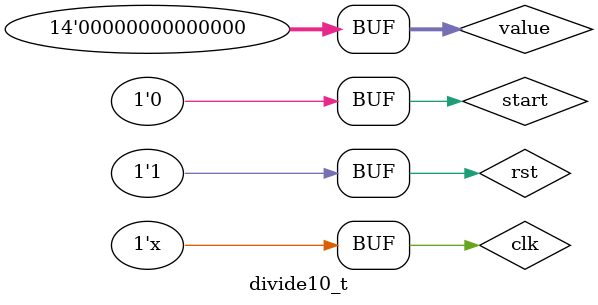
<source format=v>
`timescale 1ns / 1ps


module divide10_t();

    // Inputs
    reg clk;
    reg rst;
    reg [13:0] value;
    reg start;
    
    // Outputs
    wire [9:0] quotient;
    wire [3:0] remainder;
    wire ready;
    
    // Instantiate the Unit Under Test (UUT)
    divide10 uut (
        .quotient(quotient),
        .remainder(remainder),
        .ready(ready),
        .clk(clk), 
        .rst(rst),
        .start(start),
        .value(value)
    );
    
    always #50 
        clk = ~clk;
    
//    always #100 begin
//        $display("dividend: %14b", uut.dividend);
//        $display("divisor:  %14b", uut.divisor);
//        $display("quotient: %14b", quotient);
//        $display("ready:    %1b", ready);
//        $display("fit:      %1b", uut.fit);
//        $stop;
//    end

    initial begin
        // Initialize Inputs
        clk = 1;
        rst = 0;
        value = 4934;
        start = 0;

        // Wait 100 ns for global reset to finish
        #100;
        
        // Add stimulus here
        rst = 1;
        start = 1; #100;
        start = 0; #1100;
        value = 0;
        start = 1; #100;
        start = 0;

    end
endmodule
</source>
